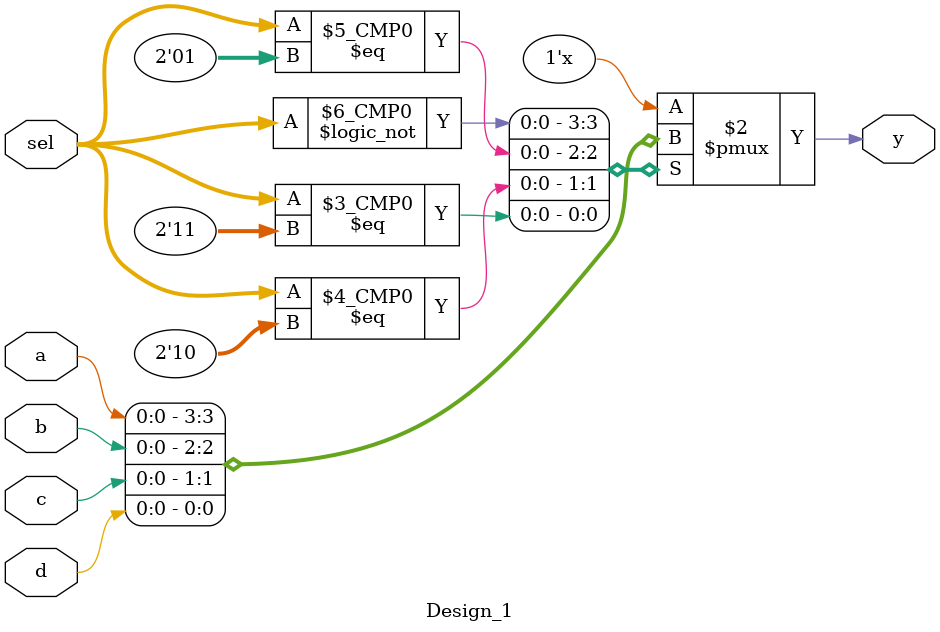
<source format=v>
`timescale 1ns / 1ps

module Design_1(y,sel,a,b,c,d);
input a, b, c, d;
input[1:0] sel;
output reg y;
always @(*)
begin
case(sel)
2'b00: y=a;
2'b01: y=b;
2'b10: y=c;
2'b11: y=d;
default: y=1'bx;
endcase
end
endmodule

</source>
